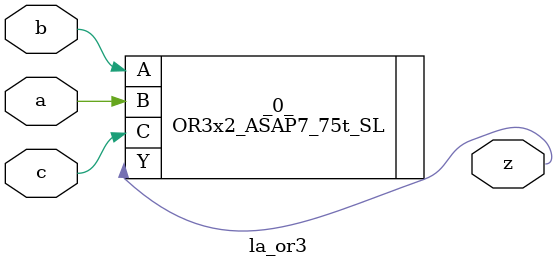
<source format=v>
/* Generated by Yosys 0.37 (git sha1 a5c7f69ed, clang 14.0.0-1ubuntu1.1 -fPIC -Os) */

module la_or3(a, b, c, z);
  input a;
  wire a;
  input b;
  wire b;
  input c;
  wire c;
  output z;
  wire z;
  OR3x2_ASAP7_75t_SL _0_ (
    .A(b),
    .B(a),
    .C(c),
    .Y(z)
  );
endmodule

</source>
